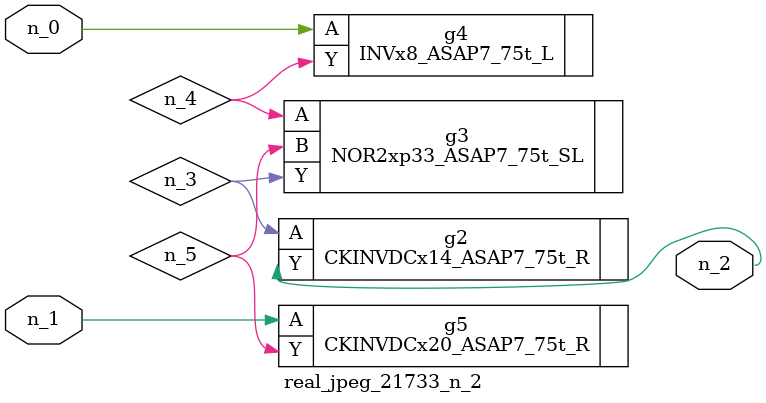
<source format=v>
module real_jpeg_21733_n_2 (n_1, n_0, n_2);

input n_1;
input n_0;

output n_2;

wire n_5;
wire n_4;
wire n_3;

INVx8_ASAP7_75t_L g4 ( 
.A(n_0),
.Y(n_4)
);

CKINVDCx20_ASAP7_75t_R g5 ( 
.A(n_1),
.Y(n_5)
);

CKINVDCx14_ASAP7_75t_R g2 ( 
.A(n_3),
.Y(n_2)
);

NOR2xp33_ASAP7_75t_SL g3 ( 
.A(n_4),
.B(n_5),
.Y(n_3)
);


endmodule
</source>
